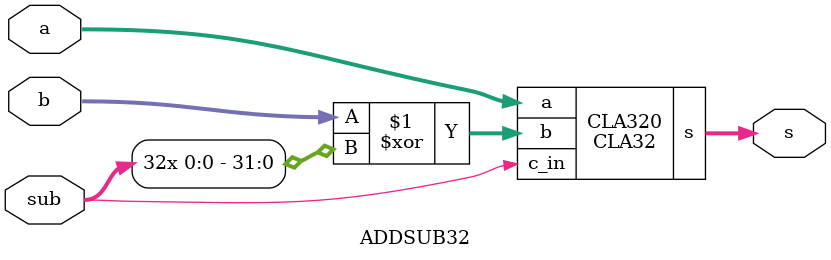
<source format=v>
`timescale 1ns / 1ps
module ADD(
	input a,b,c,
	output g,p,s
	);

	assign s = a ^ b ^ c;
	assign g = a & b;
	assign p = a | b;

endmodule

module G_P(
	input[1:0] g,p,
	input c_in,
	output g_out,p_out,c_out
	);

	assign g_out = g[1] | p[1] & g[0];
	assign p_out = p[1] & p[0];
	assign c_out = g[0] | p[0] & c_in;

endmodule

// module ADDSUB32(
// 	input[31:0] a,b;
// 	input sub;
// 	output[31:0] s
//     );
	
// 	wire[31:0] g,p;
// 	wire[31:0] s;

// 	generate
// 		genvar i;
// 		for (i=0;i<16;i=i+1)
// 		begin : ADD

// 		end
// 	endgenerate

// endmodule

module CLA2 (
	input[1:0] a,b,
	input c_in,
	output g_out,p_out,
	output[1:0] s
	);
	
	wire[1:0] g,p;
	wire c_out;

	ADD ADD0 (a[0],b[0],c_in,g[0],p[0],s[0]);
	ADD ADD1 (a[1],b[1],c_out,g[1],p[1],s[1]);
	G_P G_P0 (g,p,c_in,g_out,p_out,c_out);

endmodule

module CLA4 (
	input[3:0] a,b,
	input c_in,
	output g_out,p_out,
	output[3:0] s
	);
	
	wire[1:0] g,p;
	wire c_out;

	CLA2 CLA20 (a[1:0],b[1:0],c_in,g[0],p[0],s[1:0]);
	CLA2 CLA21 (a[3:2],b[3:2],c_out,g[1],p[1],s[3:2]);
	G_P G_P0 (g,p,c_in,g_out,p_out,c_out);
	
endmodule

module CLA8 (
	input[7:0] a,b,
	input c_in,
	output g_out,p_out,
	output[7:0] s
	);
	
	wire[1:0] g,p;
	wire c_out;

	CLA4 CLA40 (a[3:0],b[3:0],c_in,g[0],p[0],s[3:0]);
	CLA4 CLA41 (a[7:4],b[7:4],c_out,g[1],p[1],s[7:4]);
	G_P G_P0 (g,p,c_in,g_out,p_out,c_out);
	
endmodule

module CLA16 (
	input[15:0] a,b,
	input c_in,
	output g_out,p_out,
	output[15:0] s
	);
	
	wire[1:0] g,p;
	wire c_out;

	CLA8 CLA80 (a[7:0],b[7:0],c_in,g[0],p[0],s[7:0]);
	CLA8 CLA81 (a[15:8],b[15:8],c_out,g[1],p[1],s[15:8]);
	G_P G_P0 (g,p,c_in,g_out,p_out,c_out);
	
endmodule

module CLA32 (
	input[31:0] a,b,
	input c_in,
	output[31:0] s
	);
	
	wire[1:0] g,p;
	wire c_out;

	CLA16 CLA160 (a[15:0],b[15:0],c_in,g[0],p[0],s[15:0]);
	CLA16 CLA161 (a[31:16],b[31:16],c_out,g[1],p[1],s[31:16]);
	G_P G_P0 (g,p,c_in,g_out,p_out,c_out);
	
endmodule

module ADDSUB32(
	input[31:0] a,b,
	input sub,
	output[31:0] s
    );
	
	CLA32 CLA320(a,b^{32{sub}},sub,s);

endmodule
</source>
